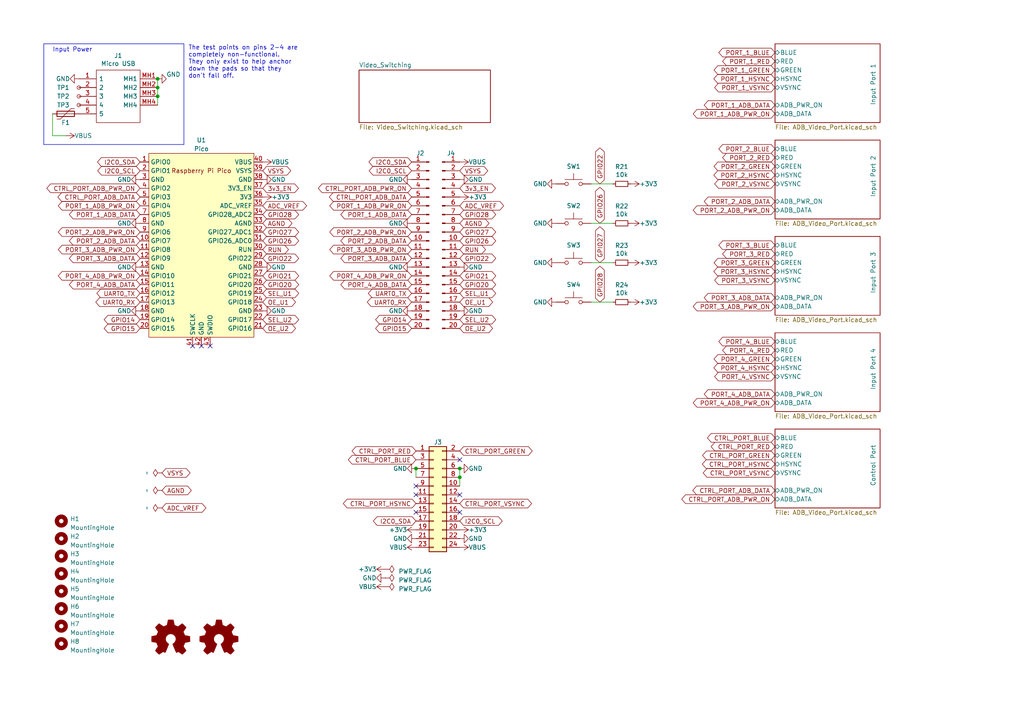
<source format=kicad_sch>
(kicad_sch (version 20230121) (generator eeschema)
  (paper "A4")
  (lib_symbols
    (symbol "Connector:Conn_01x20_Pin" (pin_names (offset 1.016) hide)
      (property "Reference" "J" (at 0 25.4 0))
      (property "Value" "Conn_01x20_Pin" (at 0 -27.94 0))
      (symbol "Conn_01x20_Pin_1_1"
        (pin passive line (at 5.08 22.86 180) (length 3.81) (name "Pin_1") (number "1"))
        (pin passive line (at 5.08 0 180) (length 3.81) (name "Pin_10") (number "10"))
        (pin passive line (at 5.08 -2.54 180) (length 3.81) (name "Pin_11") (number "11"))
        (pin passive line (at 5.08 -5.08 180) (length 3.81) (name "Pin_12") (number "12"))
        (pin passive line (at 5.08 -7.62 180) (length 3.81) (name "Pin_13") (number "13"))
        (pin passive line (at 5.08 -10.16 180) (length 3.81) (name "Pin_14") (number "14"))
        (pin passive line (at 5.08 -12.7 180) (length 3.81) (name "Pin_15") (number "15"))
        (pin passive line (at 5.08 -15.24 180) (length 3.81) (name "Pin_16") (number "16"))
        (pin passive line (at 5.08 -17.78 180) (length 3.81) (name "Pin_17") (number "17"))
        (pin passive line (at 5.08 -20.32 180) (length 3.81) (name "Pin_18") (number "18"))
        (pin passive line (at 5.08 -22.86 180) (length 3.81) (name "Pin_19") (number "19"))
        (pin passive line (at 5.08 20.32 180) (length 3.81) (name "Pin_2") (number "2"))
        (pin passive line (at 5.08 -25.4 180) (length 3.81) (name "Pin_20") (number "20"))
        (pin passive line (at 5.08 17.78 180) (length 3.81) (name "Pin_3") (number "3"))
        (pin passive line (at 5.08 15.24 180) (length 3.81) (name "Pin_4") (number "4"))
        (pin passive line (at 5.08 12.7 180) (length 3.81) (name "Pin_5") (number "5"))
        (pin passive line (at 5.08 10.16 180) (length 3.81) (name "Pin_6") (number "6"))
        (pin passive line (at 5.08 7.62 180) (length 3.81) (name "Pin_7") (number "7"))
        (pin passive line (at 5.08 5.08 180) (length 3.81) (name "Pin_8") (number "8"))
        (pin passive line (at 5.08 2.54 180) (length 3.81) (name "Pin_9") (number "9"))
      )
    )
    (symbol "Connector:TestPoint_Small" (pin_numbers hide) (pin_names (offset 0.762) hide)
      (property "Reference" "TP" (at 0 3.81 0))
      (property "Value" "TestPoint_Small" (at 0 2.032 0))
      (symbol "TestPoint_Small_1_1"
        (pin passive line (at 0 0 90) (length 0) (name "1") (number "1"))
      )
    )
    (symbol "Connector_Generic:Conn_02x12_Odd_Even" (pin_names (offset 1.016) hide)
      (property "Reference" "J" (at 1.27 15.24 0))
      (property "Value" "Conn_02x12_Odd_Even" (at 1.27 -17.78 0))
      (symbol "Conn_02x12_Odd_Even_1_1"
        (pin passive line (at -5.08 12.7 0) (length 3.81) (name "Pin_1") (number "1"))
        (pin passive line (at 7.62 2.54 180) (length 3.81) (name "Pin_10") (number "10"))
        (pin passive line (at -5.08 0 0) (length 3.81) (name "Pin_11") (number "11"))
        (pin passive line (at 7.62 0 180) (length 3.81) (name "Pin_12") (number "12"))
        (pin passive line (at -5.08 -2.54 0) (length 3.81) (name "Pin_13") (number "13"))
        (pin passive line (at 7.62 -2.54 180) (length 3.81) (name "Pin_14") (number "14"))
        (pin passive line (at -5.08 -5.08 0) (length 3.81) (name "Pin_15") (number "15"))
        (pin passive line (at 7.62 -5.08 180) (length 3.81) (name "Pin_16") (number "16"))
        (pin passive line (at -5.08 -7.62 0) (length 3.81) (name "Pin_17") (number "17"))
        (pin passive line (at 7.62 -7.62 180) (length 3.81) (name "Pin_18") (number "18"))
        (pin passive line (at -5.08 -10.16 0) (length 3.81) (name "Pin_19") (number "19"))
        (pin passive line (at 7.62 12.7 180) (length 3.81) (name "Pin_2") (number "2"))
        (pin passive line (at 7.62 -10.16 180) (length 3.81) (name "Pin_20") (number "20"))
        (pin passive line (at -5.08 -12.7 0) (length 3.81) (name "Pin_21") (number "21"))
        (pin passive line (at 7.62 -12.7 180) (length 3.81) (name "Pin_22") (number "22"))
        (pin passive line (at -5.08 -15.24 0) (length 3.81) (name "Pin_23") (number "23"))
        (pin passive line (at 7.62 -15.24 180) (length 3.81) (name "Pin_24") (number "24"))
        (pin passive line (at -5.08 10.16 0) (length 3.81) (name "Pin_3") (number "3"))
        (pin passive line (at 7.62 10.16 180) (length 3.81) (name "Pin_4") (number "4"))
        (pin passive line (at -5.08 7.62 0) (length 3.81) (name "Pin_5") (number "5"))
        (pin passive line (at 7.62 7.62 180) (length 3.81) (name "Pin_6") (number "6"))
        (pin passive line (at -5.08 5.08 0) (length 3.81) (name "Pin_7") (number "7"))
        (pin passive line (at 7.62 5.08 180) (length 3.81) (name "Pin_8") (number "8"))
        (pin passive line (at -5.08 2.54 0) (length 3.81) (name "Pin_9") (number "9"))
      )
    )
    (symbol "Device:Polyfuse" (pin_numbers hide) (pin_names (offset 0))
      (property "Reference" "F" (at -2.54 0 90))
      (property "Value" "Polyfuse" (at 2.54 0 90))
      (symbol "Polyfuse_1_1"
        (pin passive line (at 0 3.81 270) (length 1.27) (name "~") (number "1"))
        (pin passive line (at 0 -3.81 90) (length 1.27) (name "~") (number "2"))
      )
    )
    (symbol "Device:R_Small" (pin_numbers hide) (pin_names (offset 0.254) hide)
      (property "Reference" "R" (at 0.762 0.508 0))
      (property "Value" "R_Small" (at 0.762 -1.016 0))
      (symbol "R_Small_1_1"
        (pin passive line (at 0 2.54 270) (length 0.762) (name "~") (number "1"))
        (pin passive line (at 0 -2.54 90) (length 0.762) (name "~") (number "2"))
      )
    )
    (symbol "Graphic:Logo_Open_Hardware_Small" (in_bom no) (on_board no))
    (symbol "MCU_RaspberryPi_and_Boards:Pico"
      (property "Reference" "U" (at -13.97 27.94 0))
      (property "Value" "Pico" (at 0 19.05 0))
      (symbol "Pico_0_0"
        (text "Raspberry Pi Pico" (at 0 21.59 0) (effects (font (size 1.27 1.27))))
      )
      (symbol "Pico_1_1"
        (pin bidirectional line (at -17.78 24.13 0) (length 2.54) (name "GPIO0") (number "1"))
        (pin bidirectional line (at -17.78 1.27 0) (length 2.54) (name "GPIO7") (number "10"))
        (pin bidirectional line (at -17.78 -1.27 0) (length 2.54) (name "GPIO8") (number "11"))
        (pin bidirectional line (at -17.78 -3.81 0) (length 2.54) (name "GPIO9") (number "12"))
        (pin power_in line (at -17.78 -6.35 0) (length 2.54) (name "GND") (number "13"))
        (pin bidirectional line (at -17.78 -8.89 0) (length 2.54) (name "GPIO10") (number "14"))
        (pin bidirectional line (at -17.78 -11.43 0) (length 2.54) (name "GPIO11") (number "15"))
        (pin bidirectional line (at -17.78 -13.97 0) (length 2.54) (name "GPIO12") (number "16"))
        (pin bidirectional line (at -17.78 -16.51 0) (length 2.54) (name "GPIO13") (number "17"))
        (pin power_in line (at -17.78 -19.05 0) (length 2.54) (name "GND") (number "18"))
        (pin bidirectional line (at -17.78 -21.59 0) (length 2.54) (name "GPIO14") (number "19"))
        (pin bidirectional line (at -17.78 21.59 0) (length 2.54) (name "GPIO1") (number "2"))
        (pin bidirectional line (at -17.78 -24.13 0) (length 2.54) (name "GPIO15") (number "20"))
        (pin bidirectional line (at 17.78 -24.13 180) (length 2.54) (name "GPIO16") (number "21"))
        (pin bidirectional line (at 17.78 -21.59 180) (length 2.54) (name "GPIO17") (number "22"))
        (pin power_in line (at 17.78 -19.05 180) (length 2.54) (name "GND") (number "23"))
        (pin bidirectional line (at 17.78 -16.51 180) (length 2.54) (name "GPIO18") (number "24"))
        (pin bidirectional line (at 17.78 -13.97 180) (length 2.54) (name "GPIO19") (number "25"))
        (pin bidirectional line (at 17.78 -11.43 180) (length 2.54) (name "GPIO20") (number "26"))
        (pin bidirectional line (at 17.78 -8.89 180) (length 2.54) (name "GPIO21") (number "27"))
        (pin power_in line (at 17.78 -6.35 180) (length 2.54) (name "GND") (number "28"))
        (pin bidirectional line (at 17.78 -3.81 180) (length 2.54) (name "GPIO22") (number "29"))
        (pin power_in line (at -17.78 19.05 0) (length 2.54) (name "GND") (number "3"))
        (pin input line (at 17.78 -1.27 180) (length 2.54) (name "RUN") (number "30"))
        (pin bidirectional line (at 17.78 1.27 180) (length 2.54) (name "GPIO26_ADC0") (number "31"))
        (pin bidirectional line (at 17.78 3.81 180) (length 2.54) (name "GPIO27_ADC1") (number "32"))
        (pin power_in line (at 17.78 6.35 180) (length 2.54) (name "AGND") (number "33"))
        (pin bidirectional line (at 17.78 8.89 180) (length 2.54) (name "GPIO28_ADC2") (number "34"))
        (pin power_in line (at 17.78 11.43 180) (length 2.54) (name "ADC_VREF") (number "35"))
        (pin power_in line (at 17.78 13.97 180) (length 2.54) (name "3V3") (number "36"))
        (pin input line (at 17.78 16.51 180) (length 2.54) (name "3V3_EN") (number "37"))
        (pin bidirectional line (at 17.78 19.05 180) (length 2.54) (name "GND") (number "38"))
        (pin power_in line (at 17.78 21.59 180) (length 2.54) (name "VSYS") (number "39"))
        (pin bidirectional line (at -17.78 16.51 0) (length 2.54) (name "GPIO2") (number "4"))
        (pin power_in line (at 17.78 24.13 180) (length 2.54) (name "VBUS") (number "40"))
        (pin input line (at -2.54 -29.21 90) (length 2.54) (name "SWCLK") (number "41"))
        (pin power_in line (at 0 -29.21 90) (length 2.54) (name "GND") (number "42"))
        (pin bidirectional line (at 2.54 -29.21 90) (length 2.54) (name "SWDIO") (number "43"))
        (pin bidirectional line (at -17.78 13.97 0) (length 2.54) (name "GPIO3") (number "5"))
        (pin bidirectional line (at -17.78 11.43 0) (length 2.54) (name "GPIO4") (number "6"))
        (pin bidirectional line (at -17.78 8.89 0) (length 2.54) (name "GPIO5") (number "7"))
        (pin power_in line (at -17.78 6.35 0) (length 2.54) (name "GND") (number "8"))
        (pin bidirectional line (at -17.78 3.81 0) (length 2.54) (name "GPIO6") (number "9"))
      )
    )
    (symbol "Mechanical:MountingHole" (pin_names (offset 1.016))
      (property "Reference" "H" (at 0 5.08 0))
      (property "Value" "MountingHole" (at 0 3.175 0))
    )
    (symbol "SamacSys_Parts:U254-051N-4BH806" (pin_names (offset 0.762))
      (property "Reference" "J" (at 19.05 7.62 0))
      (property "Value" "U254-051N-4BH806" (at 19.05 5.08 0))
      (symbol "U254-051N-4BH806_0_0"
        (pin passive line (at 0 0 0) (length 5.08) (name "1") (number "1"))
        (pin passive line (at 0 -2.54 0) (length 5.08) (name "2") (number "2"))
        (pin passive line (at 0 -5.08 0) (length 5.08) (name "3") (number "3"))
        (pin passive line (at 0 -7.62 0) (length 5.08) (name "4") (number "4"))
        (pin passive line (at 0 -10.16 0) (length 5.08) (name "5") (number "5"))
        (pin passive line (at 22.86 0 180) (length 5.08) (name "MH1") (number "MH1"))
        (pin passive line (at 22.86 -2.54 180) (length 5.08) (name "MH2") (number "MH2"))
        (pin passive line (at 22.86 -5.08 180) (length 5.08) (name "MH3") (number "MH3"))
        (pin passive line (at 22.86 -7.62 180) (length 5.08) (name "MH4") (number "MH4"))
      )
    )
    (symbol "Switch:SW_Push" (pin_numbers hide) (pin_names (offset 1.016) hide)
      (property "Reference" "SW" (at 1.27 2.54 0))
      (property "Value" "SW_Push" (at 0 -1.524 0))
      (symbol "SW_Push_0_1"
        (pin passive line (at -5.08 0 0) (length 2.54) (name "1") (number "1"))
        (pin passive line (at 5.08 0 180) (length 2.54) (name "2") (number "2"))
      )
    )
    (symbol "power:+3V3" (power) (pin_names (offset 0))
      (property "Value" "+3V3" (at 0 3.556 0))
      (symbol "+3V3_1_1"
        (pin power_in line (at 0 0 90) (length 0) hide (name "+3V3") (number "1"))
      )
    )
    (symbol "power:GND" (power) (pin_names (offset 0))
      (property "Value" "GND" (at 0 -3.81 0))
      (symbol "GND_1_1"
        (pin power_in line (at 0 0 270) (length 0) hide (name "GND") (number "1"))
      )
    )
    (symbol "power:PWR_FLAG" (power) (pin_numbers hide) (pin_names (offset 0) hide)
      (property "Value" "PWR_FLAG" (at 0 3.81 0))
      (symbol "PWR_FLAG_0_0"
        (pin power_out line (at 0 0 90) (length 0) (name "pwr") (number "1"))
      )
    )
    (symbol "power:VBUS" (power) (pin_names (offset 0))
      (property "Value" "VBUS" (at 0 3.81 0))
      (symbol "VBUS_1_1"
        (pin power_in line (at 0 0 90) (length 0) hide (name "VBUS") (number "1"))
      )
    )
  )
  (junction (at 133.35 138.43))
  (junction (at 45.72 25.4))
  (junction (at 45.72 27.94))
  (junction (at 45.72 22.86))
  (junction (at 133.35 135.89))
  (junction (at 120.65 135.89))
  (no_connect (at 55.88 100.33))
  (no_connect (at 120.65 143.51))
  (no_connect (at 120.65 140.97))
  (no_connect (at 133.35 148.59))
  (no_connect (at 133.35 133.35))
  (no_connect (at 58.42 100.33))
  (no_connect (at 60.96 100.33))
  (no_connect (at 133.35 143.51))
  (no_connect (at 120.65 148.59))
  (wire (pts (xy 133.35 135.89) (xy 133.35 138.43)))
  (wire (pts (xy 15.24 33.02) (xy 15.24 39.37)))
  (wire (pts (xy 45.72 25.4) (xy 45.72 22.86)))
  (wire (pts (xy 120.65 135.89) (xy 120.65 138.43)))
  (wire (pts (xy 45.72 27.94) (xy 45.72 25.4)))
  (polyline (pts (xy 53.34 12.7) (xy 53.34 41.91)))
  (wire (pts (xy 15.24 39.37) (xy 19.05 39.37)))
  (wire (pts (xy 171.45 53.34) (xy 177.8 53.34)))
  (wire (pts (xy 171.45 76.2) (xy 177.8 76.2)))
  (wire (pts (xy 45.72 30.48) (xy 45.72 27.94)))
  (polyline (pts (xy 12.7 41.91) (xy 12.7 12.7)))
  (wire (pts (xy 171.45 64.77) (xy 177.8 64.77)))
  (polyline (pts (xy 53.34 41.91) (xy 12.7 41.91)))
  (wire (pts (xy 171.45 87.63) (xy 177.8 87.63)))
  (wire (pts (xy 133.35 138.43) (xy 133.35 140.97)))
  (polyline (pts (xy 12.7 12.7) (xy 53.34 12.7)))
  (text "The test points on pins 2-4 are \ncompletely non-functional. \nThey only exist to help anchor \ndown the pads so that they\ndon't fall off." (at 54.61 22.86 0) (effects (font (size 1.27 1.27)) (justify left bottom)))
  (text "Input Power" (at 15.24 15.24 0) (effects (font (size 1.27 1.27)) (justify left bottom)))
  (global_label "PORT_1_ADB_DATA" (shape bidirectional) (at 224.79 30.48 180) (property "Intersheetrefs" "${INTERSHEET_REFS}" (effects hide)))
  (global_label "CTRL_PORT_ADB_DATA" (shape bidirectional) (at 119.38 57.15 180) (property "Intersheetrefs" "${INTERSHEET_REFS}" (effects hide)))
  (global_label "PORT_2_ADB_PWR_ON" (shape bidirectional) (at 40.64 67.31 180) (property "Intersheetrefs" "${INTERSHEET_REFS}" (effects hide)))
  (global_label "CTRL_PORT_RED" (shape bidirectional) (at 224.79 129.54 180) (property "Intersheetrefs" "${INTERSHEET_REFS}" (effects hide)))
  (global_label "AGND" (shape bidirectional) (at 46.99 142.24 0) (property "Intersheetrefs" "${INTERSHEET_REFS}" (effects hide)))
  (global_label "UART0_RX" (shape bidirectional) (at 40.64 87.63 180) (property "Intersheetrefs" "${INTERSHEET_REFS}" (effects hide)))
  (global_label "PORT_2_VSYNC" (shape bidirectional) (at 224.79 53.34 180) (property "Intersheetrefs" "${INTERSHEET_REFS}" (effects hide)))
  (global_label "PORT_2_ADB_PWR_ON" (shape bidirectional) (at 224.79 60.96 180) (property "Intersheetrefs" "${INTERSHEET_REFS}" (effects hide)))
  (global_label "PORT_2_ADB_DATA" (shape bidirectional) (at 224.79 58.42 180) (property "Intersheetrefs" "${INTERSHEET_REFS}" (effects hide)))
  (global_label "PORT_3_GREEN" (shape bidirectional) (at 224.79 76.2 180) (property "Intersheetrefs" "${INTERSHEET_REFS}" (effects hide)))
  (global_label "I2C0_SCL" (shape bidirectional) (at 133.35 151.13 0) (property "Intersheetrefs" "${INTERSHEET_REFS}" (effects hide)))
  (global_label "PORT_3_ADB_DATA" (shape bidirectional) (at 224.79 86.36 180) (property "Intersheetrefs" "${INTERSHEET_REFS}" (effects hide)))
  (global_label "PORT_4_HSYNC" (shape bidirectional) (at 224.79 106.68 180) (property "Intersheetrefs" "${INTERSHEET_REFS}" (effects hide)))
  (global_label "SEL_U2" (shape bidirectional) (at 76.2 92.71 0) (property "Intersheetrefs" "${INTERSHEET_REFS}" (effects hide)))
  (global_label "PORT_3_BLUE" (shape bidirectional) (at 224.79 71.12 180) (property "Intersheetrefs" "${INTERSHEET_REFS}" (effects hide)))
  (global_label "GPIO20" (shape bidirectional) (at 133.35 82.55 0) (property "Intersheetrefs" "${INTERSHEET_REFS}" (effects hide)))
  (global_label "GPIO28" (shape bidirectional) (at 76.2 62.23 0) (property "Intersheetrefs" "${INTERSHEET_REFS}" (effects hide)))
  (global_label "PORT_1_VSYNC" (shape bidirectional) (at 224.79 25.4 180) (property "Intersheetrefs" "${INTERSHEET_REFS}" (effects hide)))
  (global_label "PORT_3_ADB_PWR_ON" (shape bidirectional) (at 224.79 88.9 180) (property "Intersheetrefs" "${INTERSHEET_REFS}" (effects hide)))
  (global_label "ADC_VREF" (shape bidirectional) (at 76.2 59.69 0) (property "Intersheetrefs" "${INTERSHEET_REFS}" (effects hide)))
  (global_label "CTRL_PORT_ADB_DATA" (shape bidirectional) (at 40.64 57.15 180) (property "Intersheetrefs" "${INTERSHEET_REFS}" (effects hide)))
  (global_label "ADC_VREF" (shape bidirectional) (at 133.35 59.69 0) (property "Intersheetrefs" "${INTERSHEET_REFS}" (effects hide)))
  (global_label "PORT_2_ADB_DATA" (shape bidirectional) (at 40.64 69.85 180) (property "Intersheetrefs" "${INTERSHEET_REFS}" (effects hide)))
  (global_label "PORT_2_BLUE" (shape bidirectional) (at 224.79 43.18 180) (property "Intersheetrefs" "${INTERSHEET_REFS}" (effects hide)))
  (global_label "GPIO26" (shape bidirectional) (at 173.99 64.77 90) (property "Intersheetrefs" "${INTERSHEET_REFS}" (effects hide)))
  (global_label "GPIO27" (shape bidirectional) (at 76.2 67.31 0) (property "Intersheetrefs" "${INTERSHEET_REFS}" (effects hide)))
  (global_label "PORT_2_GREEN" (shape bidirectional) (at 224.79 48.26 180) (property "Intersheetrefs" "${INTERSHEET_REFS}" (effects hide)))
  (global_label "GPIO21" (shape bidirectional) (at 133.35 80.01 0) (property "Intersheetrefs" "${INTERSHEET_REFS}" (effects hide)))
  (global_label "PORT_3_RED" (shape bidirectional) (at 224.79 73.66 180) (property "Intersheetrefs" "${INTERSHEET_REFS}" (effects hide)))
  (global_label "PORT_1_BLUE" (shape bidirectional) (at 224.79 15.24 180) (property "Intersheetrefs" "${INTERSHEET_REFS}" (effects hide)))
  (global_label "GPIO15" (shape bidirectional) (at 119.38 95.25 180) (property "Intersheetrefs" "${INTERSHEET_REFS}" (effects hide)))
  (global_label "CTRL_PORT_BLUE" (shape bidirectional) (at 120.65 133.35 180) (property "Intersheetrefs" "${INTERSHEET_REFS}" (effects hide)))
  (global_label "PORT_4_BLUE" (shape bidirectional) (at 224.79 99.06 180) (property "Intersheetrefs" "${INTERSHEET_REFS}" (effects hide)))
  (global_label "UART0_TX" (shape bidirectional) (at 119.38 85.09 180) (property "Intersheetrefs" "${INTERSHEET_REFS}" (effects hide)))
  (global_label "I2C0_SDA" (shape bidirectional) (at 120.65 151.13 180) (property "Intersheetrefs" "${INTERSHEET_REFS}" (effects hide)))
  (global_label "GPIO15" (shape bidirectional) (at 40.64 95.25 180) (property "Intersheetrefs" "${INTERSHEET_REFS}" (effects hide)))
  (global_label "GPIO27" (shape bidirectional) (at 173.99 76.2 90) (property "Intersheetrefs" "${INTERSHEET_REFS}" (effects hide)))
  (global_label "GPIO28" (shape bidirectional) (at 173.99 87.63 90) (property "Intersheetrefs" "${INTERSHEET_REFS}" (effects hide)))
  (global_label "I2C0_SDA" (shape bidirectional) (at 40.64 46.99 180) (property "Intersheetrefs" "${INTERSHEET_REFS}" (effects hide)))
  (global_label "PORT_4_ADB_PWR_ON" (shape bidirectional) (at 224.79 116.84 180) (property "Intersheetrefs" "${INTERSHEET_REFS}" (effects hide)))
  (global_label "ADC_VREF" (shape bidirectional) (at 46.99 147.32 0) (property "Intersheetrefs" "${INTERSHEET_REFS}" (effects hide)))
  (global_label "SEL_U1" (shape bidirectional) (at 133.35 85.09 0) (property "Intersheetrefs" "${INTERSHEET_REFS}" (effects hide)))
  (global_label "PORT_1_ADB_DATA" (shape bidirectional) (at 40.64 62.23 180) (property "Intersheetrefs" "${INTERSHEET_REFS}" (effects hide)))
  (global_label "VSYS" (shape bidirectional) (at 76.2 49.53 0) (property "Intersheetrefs" "${INTERSHEET_REFS}" (effects hide)))
  (global_label "GPIO21" (shape bidirectional) (at 76.2 80.01 0) (property "Intersheetrefs" "${INTERSHEET_REFS}" (effects hide)))
  (global_label "OE_U1" (shape bidirectional) (at 133.35 87.63 0) (property "Intersheetrefs" "${INTERSHEET_REFS}" (effects hide)))
  (global_label "AGND" (shape bidirectional) (at 76.2 64.77 0) (property "Intersheetrefs" "${INTERSHEET_REFS}" (effects hide)))
  (global_label "UART0_RX" (shape bidirectional) (at 119.38 87.63 180) (property "Intersheetrefs" "${INTERSHEET_REFS}" (effects hide)))
  (global_label "GPIO22" (shape bidirectional) (at 173.99 53.34 90) (property "Intersheetrefs" "${INTERSHEET_REFS}" (effects hide)))
  (global_label "PORT_2_RED" (shape bidirectional) (at 224.79 45.72 180) (property "Intersheetrefs" "${INTERSHEET_REFS}" (effects hide)))
  (global_label "CTRL_PORT_BLUE" (shape bidirectional) (at 224.79 127 180) (property "Intersheetrefs" "${INTERSHEET_REFS}" (effects hide)))
  (global_label "OE_U2" (shape bidirectional) (at 133.35 95.25 0) (property "Intersheetrefs" "${INTERSHEET_REFS}" (effects hide)))
  (global_label "PORT_2_ADB_DATA" (shape bidirectional) (at 119.38 69.85 180) (property "Intersheetrefs" "${INTERSHEET_REFS}" (effects hide)))
  (global_label "PORT_3_ADB_PWR_ON" (shape bidirectional) (at 40.64 72.39 180) (property "Intersheetrefs" "${INTERSHEET_REFS}" (effects hide)))
  (global_label "PORT_4_ADB_PWR_ON" (shape bidirectional) (at 40.64 80.01 180) (property "Intersheetrefs" "${INTERSHEET_REFS}" (effects hide)))
  (global_label "PORT_1_ADB_PWR_ON" (shape bidirectional) (at 224.79 33.02 180) (property "Intersheetrefs" "${INTERSHEET_REFS}" (effects hide)))
  (global_label "I2C0_SCL" (shape bidirectional) (at 119.38 49.53 180) (property "Intersheetrefs" "${INTERSHEET_REFS}" (effects hide)))
  (global_label "PORT_3_VSYNC" (shape bidirectional) (at 224.79 81.28 180) (property "Intersheetrefs" "${INTERSHEET_REFS}" (effects hide)))
  (global_label "PORT_3_ADB_DATA" (shape bidirectional) (at 119.38 74.93 180) (property "Intersheetrefs" "${INTERSHEET_REFS}" (effects hide)))
  (global_label "OE_U1" (shape bidirectional) (at 76.2 87.63 0) (property "Intersheetrefs" "${INTERSHEET_REFS}" (effects hide)))
  (global_label "UART0_TX" (shape bidirectional) (at 40.64 85.09 180) (property "Intersheetrefs" "${INTERSHEET_REFS}" (effects hide)))
  (global_label "VSYS" (shape bidirectional) (at 133.35 49.53 0) (property "Intersheetrefs" "${INTERSHEET_REFS}" (effects hide)))
  (global_label "GPIO14" (shape bidirectional) (at 40.64 92.71 180) (property "Intersheetrefs" "${INTERSHEET_REFS}" (effects hide)))
  (global_label "I2C0_SDA" (shape bidirectional) (at 119.38 46.99 180) (property "Intersheetrefs" "${INTERSHEET_REFS}" (effects hide)))
  (global_label "GPIO22" (shape bidirectional) (at 76.2 74.93 0) (property "Intersheetrefs" "${INTERSHEET_REFS}" (effects hide)))
  (global_label "CTRL_PORT_VSYNC" (shape bidirectional) (at 133.35 146.05 0) (property "Intersheetrefs" "${INTERSHEET_REFS}" (effects hide)))
  (global_label "PORT_2_ADB_PWR_ON" (shape bidirectional) (at 119.38 67.31 180) (property "Intersheetrefs" "${INTERSHEET_REFS}" (effects hide)))
  (global_label "CTRL_PORT_VSYNC" (shape bidirectional) (at 224.79 137.16 180) (property "Intersheetrefs" "${INTERSHEET_REFS}" (effects hide)))
  (global_label "GPIO22" (shape bidirectional) (at 133.35 74.93 0) (property "Intersheetrefs" "${INTERSHEET_REFS}" (effects hide)))
  (global_label "PORT_4_RED" (shape bidirectional) (at 224.79 101.6 180) (property "Intersheetrefs" "${INTERSHEET_REFS}" (effects hide)))
  (global_label "3v3_EN" (shape bidirectional) (at 133.35 54.61 0) (property "Intersheetrefs" "${INTERSHEET_REFS}" (effects hide)))
  (global_label "CTRL_PORT_ADB_PWR_ON" (shape bidirectional) (at 40.64 54.61 180) (property "Intersheetrefs" "${INTERSHEET_REFS}" (effects hide)))
  (global_label "PORT_1_ADB_DATA" (shape bidirectional) (at 119.38 62.23 180) (property "Intersheetrefs" "${INTERSHEET_REFS}" (effects hide)))
  (global_label "CTRL_PORT_ADB_PWR_ON" (shape bidirectional) (at 224.79 144.78 180) (property "Intersheetrefs" "${INTERSHEET_REFS}" (effects hide)))
  (global_label "I2C0_SCL" (shape bidirectional) (at 40.64 49.53 180) (property "Intersheetrefs" "${INTERSHEET_REFS}" (effects hide)))
  (global_label "PORT_4_VSYNC" (shape bidirectional) (at 224.79 109.22 180) (property "Intersheetrefs" "${INTERSHEET_REFS}" (effects hide)))
  (global_label "GPIO27" (shape bidirectional) (at 133.35 67.31 0) (property "Intersheetrefs" "${INTERSHEET_REFS}" (effects hide)))
  (global_label "PORT_1_HSYNC" (shape bidirectional) (at 224.79 22.86 180) (property "Intersheetrefs" "${INTERSHEET_REFS}" (effects hide)))
  (global_label "PORT_1_ADB_PWR_ON" (shape bidirectional) (at 119.38 59.69 180) (property "Intersheetrefs" "${INTERSHEET_REFS}" (effects hide)))
  (global_label "PORT_4_ADB_DATA" (shape bidirectional) (at 119.38 82.55 180) (property "Intersheetrefs" "${INTERSHEET_REFS}" (effects hide)))
  (global_label "PORT_1_RED" (shape bidirectional) (at 224.79 17.78 180) (property "Intersheetrefs" "${INTERSHEET_REFS}" (effects hide)))
  (global_label "CTRL_PORT_HSYNC" (shape bidirectional) (at 120.65 146.05 180) (property "Intersheetrefs" "${INTERSHEET_REFS}" (effects hide)))
  (global_label "PORT_4_ADB_DATA" (shape bidirectional) (at 224.79 114.3 180) (property "Intersheetrefs" "${INTERSHEET_REFS}" (effects hide)))
  (global_label "PORT_1_GREEN" (shape bidirectional) (at 224.79 20.32 180) (property "Intersheetrefs" "${INTERSHEET_REFS}" (effects hide)))
  (global_label "SEL_U1" (shape bidirectional) (at 76.2 85.09 0) (property "Intersheetrefs" "${INTERSHEET_REFS}" (effects hide)))
  (global_label "CTRL_PORT_GREEN" (shape bidirectional) (at 224.79 132.08 180) (property "Intersheetrefs" "${INTERSHEET_REFS}" (effects hide)))
  (global_label "PORT_3_ADB_PWR_ON" (shape bidirectional) (at 119.38 72.39 180) (property "Intersheetrefs" "${INTERSHEET_REFS}" (effects hide)))
  (global_label "PORT_4_ADB_PWR_ON" (shape bidirectional) (at 119.38 80.01 180) (property "Intersheetrefs" "${INTERSHEET_REFS}" (effects hide)))
  (global_label "GPIO20" (shape bidirectional) (at 76.2 82.55 0) (property "Intersheetrefs" "${INTERSHEET_REFS}" (effects hide)))
  (global_label "PORT_1_ADB_PWR_ON" (shape bidirectional) (at 40.64 59.69 180) (property "Intersheetrefs" "${INTERSHEET_REFS}" (effects hide)))
  (global_label "GPIO28" (shape bidirectional) (at 133.35 62.23 0) (property "Intersheetrefs" "${INTERSHEET_REFS}" (effects hide)))
  (global_label "CTRL_PORT_GREEN" (shape bidirectional) (at 133.35 130.81 0) (property "Intersheetrefs" "${INTERSHEET_REFS}" (effects hide)))
  (global_label "GPIO26" (shape bidirectional) (at 76.2 69.85 0) (property "Intersheetrefs" "${INTERSHEET_REFS}" (effects hide)))
  (global_label "SEL_U2" (shape bidirectional) (at 133.35 92.71 0) (property "Intersheetrefs" "${INTERSHEET_REFS}" (effects hide)))
  (global_label "CTRL_PORT_ADB_PWR_ON" (shape bidirectional) (at 119.38 54.61 180) (property "Intersheetrefs" "${INTERSHEET_REFS}" (effects hide)))
  (global_label "CTRL_PORT_HSYNC" (shape bidirectional) (at 224.79 134.62 180) (property "Intersheetrefs" "${INTERSHEET_REFS}" (effects hide)))
  (global_label "PORT_4_GREEN" (shape bidirectional) (at 224.79 104.14 180) (property "Intersheetrefs" "${INTERSHEET_REFS}" (effects hide)))
  (global_label "AGND" (shape bidirectional) (at 133.35 64.77 0) (property "Intersheetrefs" "${INTERSHEET_REFS}" (effects hide)))
  (global_label "CTRL_PORT_RED" (shape bidirectional) (at 120.65 130.81 180) (property "Intersheetrefs" "${INTERSHEET_REFS}" (effects hide)))
  (global_label "OE_U2" (shape bidirectional) (at 76.2 95.25 0) (property "Intersheetrefs" "${INTERSHEET_REFS}" (effects hide)))
  (global_label "CTRL_PORT_ADB_DATA" (shape bidirectional) (at 224.79 142.24 180) (property "Intersheetrefs" "${INTERSHEET_REFS}" (effects hide)))
  (global_label "PORT_3_HSYNC" (shape bidirectional) (at 224.79 78.74 180) (property "Intersheetrefs" "${INTERSHEET_REFS}" (effects hide)))
  (global_label "GPIO14" (shape bidirectional) (at 119.38 92.71 180) (property "Intersheetrefs" "${INTERSHEET_REFS}" (effects hide)))
  (global_label "PORT_2_HSYNC" (shape bidirectional) (at 224.79 50.8 180) (property "Intersheetrefs" "${INTERSHEET_REFS}" (effects hide)))
  (global_label "PORT_4_ADB_DATA" (shape bidirectional) (at 40.64 82.55 180) (property "Intersheetrefs" "${INTERSHEET_REFS}" (effects hide)))
  (global_label "RUN" (shape bidirectional) (at 76.2 72.39 0) (property "Intersheetrefs" "${INTERSHEET_REFS}" (effects hide)))
  (global_label "RUN" (shape bidirectional) (at 133.35 72.39 0) (property "Intersheetrefs" "${INTERSHEET_REFS}" (effects hide)))
  (global_label "PORT_3_ADB_DATA" (shape bidirectional) (at 40.64 74.93 180) (property "Intersheetrefs" "${INTERSHEET_REFS}" (effects hide)))
  (global_label "GPIO26" (shape bidirectional) (at 133.35 69.85 0) (property "Intersheetrefs" "${INTERSHEET_REFS}" (effects hide)))
  (global_label "VSYS" (shape bidirectional) (at 46.99 137.16 0) (property "Intersheetrefs" "${INTERSHEET_REFS}" (effects hide)))
  (global_label "3v3_EN" (shape bidirectional) (at 76.2 54.61 0) (property "Intersheetrefs" "${INTERSHEET_REFS}" (effects hide)))
  (symbol (lib_id "power:PWR_FLAG") (at 111.76 167.64 270) (unit 1)
    (property "Reference" "#FLG05" (effects hide))
    (property "Value" "PWR_FLAG" (at 115.57 168.275 90) (effects (justify left)))
  )
  (symbol (lib_id "Device:R_Small") (at 180.34 76.2 270) (unit 1)
    (property "Reference" "R23" (at 180.34 71.2216 90))
    (property "Value" "10k" (at 180.34 73.533 90))
    (property "Footprint" "Resistor_SMD:R_0402_1005Metric" (effects hide))
    (property "LCSC" "C25744" (effects hide))
  )
  (symbol (lib_id "power:VBUS") (at 19.05 39.37 270) (unit 1)
    (property "Reference" "#PWR01" (effects hide))
    (property "Value" "VBUS" (at 21.59 39.37 90) (effects (justify left)))
  )
  (symbol (lib_id "Mechanical:MountingHole") (at 17.78 181.61 0) (unit 1)
    (property "Reference" "H7" (at 20.32 180.975 0) (effects (justify left)))
    (property "Value" "MountingHole" (at 20.32 183.515 0) (effects (justify left)))
    (property "Footprint" "MountingHole:MountingHole_2.7mm_M2.5" (effects hide))
  )
  (symbol (lib_id "power:GND") (at 119.38 64.77 270) (unit 1)
    (property "Reference" "#PWR017" (effects hide))
    (property "Value" "GND" (at 116.84 64.77 90) (effects (justify right)))
  )
  (symbol (lib_id "Mechanical:MountingHole") (at 17.78 186.69 0) (unit 1)
    (property "Reference" "H8" (at 20.32 186.055 0) (effects (justify left)))
    (property "Value" "MountingHole" (at 20.32 188.595 0) (effects (justify left)))
    (property "Footprint" "MountingHole:MountingHole_2.7mm_M2.5" (effects hide))
  )
  (symbol (lib_id "power:PWR_FLAG") (at 111.76 170.18 270) (unit 1)
    (property "Reference" "#FLG06" (effects hide))
    (property "Value" "PWR_FLAG" (at 115.57 170.815 90) (effects (justify left)))
  )
  (symbol (lib_id "power:VBUS") (at 76.2 46.99 270) (unit 1)
    (property "Reference" "#PWR08" (effects hide))
    (property "Value" "VBUS" (at 78.74 46.99 90) (effects (justify left)))
  )
  (symbol (lib_id "Switch:SW_Push") (at 166.37 53.34 0) (unit 1)
    (property "Reference" "SW1" (at 166.37 48.26 0))
    (property "Value" "SW_Push" (effects hide))
    (property "Footprint" "Button_Switch_THT:SW_PUSH_6mm" (effects hide))
  )
  (symbol (lib_id "power:GND") (at 40.64 90.17 270) (unit 1)
    (property "Reference" "#PWR06" (effects hide))
    (property "Value" "GND" (at 38.1 90.17 90) (effects (justify right)))
  )
  (symbol (lib_id "Connector:Conn_01x20_Pin") (at 128.27 69.85 0) (unit 1)
    (property "Reference" "J4" (at 130.81 44.45 0))
    (property "Value" "Conn_01x20_Pin" (effects hide))
    (property "Footprint" "Connector_PinHeader_2.54mm:PinHeader_1x20_P2.54mm_Vertical" (effects hide))
  )
  (symbol (lib_id "power:GND") (at 133.35 90.17 90) (unit 1)
    (property "Reference" "#PWR028" (effects hide))
    (property "Value" "GND" (at 135.89 90.17 90) (effects (justify right)))
  )
  (symbol (lib_id "Device:R_Small") (at 180.34 87.63 270) (unit 1)
    (property "Reference" "R24" (at 180.34 82.6516 90))
    (property "Value" "10k" (at 180.34 84.963 90))
    (property "Footprint" "Resistor_SMD:R_0402_1005Metric" (effects hide))
    (property "LCSC" "C25744" (effects hide))
  )
  (symbol (lib_id "Switch:SW_Push") (at 166.37 87.63 0) (unit 1)
    (property "Reference" "SW4" (at 166.37 82.55 0))
    (property "Value" "SW_Push" (effects hide))
    (property "Footprint" "Button_Switch_THT:SW_PUSH_6mm" (effects hide))
  )
  (symbol (lib_id "Mechanical:MountingHole") (at 17.78 151.13 0) (unit 1)
    (property "Reference" "H1" (at 20.32 150.495 0) (effects (justify left)))
    (property "Value" "MountingHole" (at 20.32 153.035 0) (effects (justify left)))
    (property "Footprint" "MountingHole:MountingHole_2.7mm_M2.5" (effects hide))
  )
  (symbol (lib_id "power:GND") (at 119.38 77.47 270) (unit 1)
    (property "Reference" "#PWR018" (effects hide))
    (property "Value" "GND" (at 116.84 77.47 90) (effects (justify right)))
  )
  (symbol (lib_id "power:+3V3") (at 111.76 165.1 90) (mirror x) (unit 1)
    (property "Reference" "#PWR013" (effects hide))
    (property "Value" "+3V3" (at 109.22 165.1 90) (effects (justify left)))
  )
  (symbol (lib_id "Mechanical:MountingHole") (at 17.78 156.21 0) (unit 1)
    (property "Reference" "H2" (at 20.32 155.575 0) (effects (justify left)))
    (property "Value" "MountingHole" (at 20.32 158.115 0) (effects (justify left)))
    (property "Footprint" "MountingHole:MountingHole_2.7mm_M2.5" (effects hide))
  )
  (symbol (lib_id "power:GND") (at 133.35 77.47 90) (unit 1)
    (property "Reference" "#PWR027" (effects hide))
    (property "Value" "GND" (at 135.89 77.47 90) (effects (justify right)))
  )
  (symbol (lib_id "power:+3V3") (at 120.65 153.67 90) (mirror x) (unit 1)
    (property "Reference" "#PWR021" (effects hide))
    (property "Value" "+3V3" (at 118.11 153.67 90) (effects (justify left)))
  )
  (symbol (lib_id "Connector_Generic:Conn_02x12_Odd_Even") (at 125.73 143.51 0) (unit 1)
    (property "Reference" "J3" (at 127 128.27 0))
    (property "Value" "Conn_02x10_Odd_Even" (effects hide))
    (property "Footprint" "Connector_PinHeader_2.54mm:PinHeader_2x12_P2.54mm_Vertical" (effects hide))
  )
  (symbol (lib_id "power:+3V3") (at 133.35 57.15 270) (unit 1)
    (property "Reference" "#PWR026" (effects hide))
    (property "Value" "+3V3" (at 135.89 57.15 90) (effects (justify left)))
  )
  (symbol (lib_id "power:GND") (at 119.38 52.07 270) (unit 1)
    (property "Reference" "#PWR016" (effects hide))
    (property "Value" "GND" (at 116.84 52.07 90) (effects (justify right)))
  )
  (symbol (lib_id "power:+3V3") (at 76.2 57.15 270) (unit 1)
    (property "Reference" "#PWR010" (effects hide))
    (property "Value" "+3V3" (at 78.74 57.15 90) (effects (justify left)))
  )
  (symbol (lib_id "power:GND") (at 40.64 77.47 270) (unit 1)
    (property "Reference" "#PWR05" (effects hide))
    (property "Value" "GND" (at 38.1 77.47 90) (effects (justify right)))
  )
  (symbol (lib_id "power:+3V3") (at 182.88 87.63 270) (unit 1)
    (property "Reference" "#PWR098" (effects hide))
    (property "Value" "+3V3" (at 185.42 87.63 90) (effects (justify left)))
  )
  (symbol (lib_id "power:GND") (at 120.65 156.21 270) (mirror x) (unit 1)
    (property "Reference" "#PWR022" (effects hide))
    (property "Value" "GND" (at 118.11 156.21 90) (effects (justify right)))
  )
  (symbol (lib_id "power:GND") (at 161.29 64.77 270) (unit 1)
    (property "Reference" "#PWR092" (effects hide))
    (property "Value" "GND" (at 158.75 64.77 90) (effects (justify right)))
  )
  (symbol (lib_id "power:VBUS") (at 133.35 158.75 270) (unit 1)
    (property "Reference" "#PWR032" (effects hide))
    (property "Value" "VBUS" (at 135.89 158.75 90) (effects (justify left)))
  )
  (symbol (lib_id "Switch:SW_Push") (at 166.37 64.77 0) (unit 1)
    (property "Reference" "SW2" (at 166.37 59.69 0))
    (property "Value" "SW_Push" (effects hide))
    (property "Footprint" "Button_Switch_THT:SW_PUSH_6mm" (effects hide))
  )
  (symbol (lib_id "power:GND") (at 76.2 90.17 90) (unit 1)
    (property "Reference" "#PWR012" (effects hide))
    (property "Value" "GND" (at 78.74 90.17 90) (effects (justify right)))
  )
  (symbol (lib_id "power:GND") (at 161.29 53.34 270) (unit 1)
    (property "Reference" "#PWR095" (effects hide))
    (property "Value" "GND" (at 158.75 53.34 90) (effects (justify right)))
  )
  (symbol (lib_id "Mechanical:MountingHole") (at 17.78 176.53 0) (unit 1)
    (property "Reference" "H6" (at 20.32 175.895 0) (effects (justify left)))
    (property "Value" "MountingHole" (at 20.32 178.435 0) (effects (justify left)))
    (property "Footprint" "MountingHole:MountingHole_2.7mm_M2.5" (effects hide))
  )
  (symbol (lib_id "Device:Polyfuse") (at 19.05 33.02 270) (unit 1)
    (property "Reference" "F1" (at 19.05 35.56 90))
    (property "Value" "Polyfuse" (effects hide))
    (property "Footprint" "Fuse:Fuse_0805_2012Metric" (effects hide))
    (property "LCSC" "C66452" (effects hide))
  )
  (symbol (lib_id "Mechanical:MountingHole") (at 17.78 171.45 0) (unit 1)
    (property "Reference" "H5" (at 20.32 170.815 0) (effects (justify left)))
    (property "Value" "MountingHole" (at 20.32 173.355 0) (effects (justify left)))
    (property "Footprint" "MountingHole:MountingHole_2.7mm_M2.5" (effects hide))
  )
  (symbol (lib_id "power:GND") (at 76.2 52.07 90) (unit 1)
    (property "Reference" "#PWR09" (effects hide))
    (property "Value" "GND" (at 78.74 52.07 90) (effects (justify right)))
  )
  (symbol (lib_id "power:+3V3") (at 182.88 64.77 270) (unit 1)
    (property "Reference" "#PWR093" (effects hide))
    (property "Value" "+3V3" (at 185.42 64.77 90) (effects (justify left)))
  )
  (symbol (lib_id "power:GND") (at 120.65 135.89 270) (unit 1)
    (property "Reference" "#PWR020" (effects hide))
    (property "Value" "GND" (at 118.11 135.89 90) (effects (justify right)))
  )
  (symbol (lib_id "Mechanical:MountingHole") (at 17.78 166.37 0) (unit 1)
    (property "Reference" "H4" (at 20.32 165.735 0) (effects (justify left)))
    (property "Value" "MountingHole" (at 20.32 168.275 0) (effects (justify left)))
    (property "Footprint" "MountingHole:MountingHole_2.7mm_M2.5" (effects hide))
  )
  (symbol (lib_id "power:GND") (at 119.38 90.17 270) (unit 1)
    (property "Reference" "#PWR019" (effects hide))
    (property "Value" "GND" (at 116.84 90.17 90) (effects (justify right)))
  )
  (symbol (lib_id "power:GND") (at 133.35 156.21 90) (unit 1)
    (property "Reference" "#PWR031" (effects hide))
    (property "Value" "GND" (at 135.89 156.21 90) (effects (justify right)))
  )
  (symbol (lib_id "power:GND") (at 40.64 52.07 270) (unit 1)
    (property "Reference" "#PWR03" (effects hide))
    (property "Value" "GND" (at 38.1 52.07 90) (effects (justify right)))
  )
  (symbol (lib_id "Switch:SW_Push") (at 166.37 76.2 0) (unit 1)
    (property "Reference" "SW3" (at 166.37 71.12 0))
    (property "Value" "SW_Push" (effects hide))
    (property "Footprint" "Button_Switch_THT:SW_PUSH_6mm" (effects hide))
  )
  (symbol (lib_id "power:GND") (at 76.2 77.47 90) (unit 1)
    (property "Reference" "#PWR011" (effects hide))
    (property "Value" "GND" (at 78.74 77.47 90) (effects (justify right)))
  )
  (symbol (lib_id "Mechanical:MountingHole") (at 17.78 161.29 0) (unit 1)
    (property "Reference" "H3" (at 20.32 160.655 0) (effects (justify left)))
    (property "Value" "MountingHole" (at 20.32 163.195 0) (effects (justify left)))
    (property "Footprint" "MountingHole:MountingHole_2.7mm_M2.5" (effects hide))
  )
  (symbol (lib_id "power:GND") (at 22.86 22.86 270) (unit 1)
    (property "Reference" "#PWR02" (effects hide))
    (property "Value" "GND" (at 20.32 22.86 90) (effects (justify right)))
  )
  (symbol (lib_id "power:PWR_FLAG") (at 111.76 165.1 270) (unit 1)
    (property "Reference" "#FLG04" (effects hide))
    (property "Value" "PWR_FLAG" (at 115.57 165.735 90) (effects (justify left)))
  )
  (symbol (lib_id "Device:R_Small") (at 180.34 64.77 270) (unit 1)
    (property "Reference" "R22" (at 180.34 59.7916 90))
    (property "Value" "10k" (at 180.34 62.103 90))
    (property "Footprint" "Resistor_SMD:R_0402_1005Metric" (effects hide))
    (property "LCSC" "C25744" (effects hide))
  )
  (symbol (lib_id "power:+3V3") (at 182.88 53.34 270) (unit 1)
    (property "Reference" "#PWR091" (effects hide))
    (property "Value" "+3V3" (at 185.42 53.34 90) (effects (justify left)))
  )
  (symbol (lib_id "Graphic:Logo_Open_Hardware_Small") (at 49.53 185.42 0) (unit 1) (in_bom no) (on_board no)
    (property "Reference" "#SYM1" (effects hide))
    (property "Value" "Logo_Open_Hardware_Small" (effects hide))
    (property "Footprint" "libraries:dogcow" (effects hide))
    (property "Sim.Enable" "0" (effects hide))
  )
  (symbol (lib_id "power:PWR_FLAG") (at 46.99 147.32 90) (unit 1)
    (property "Reference" "#FLG03" (effects hide))
    (property "Value" "~" (at 42.5958 147.32 0))
  )
  (symbol (lib_id "power:PWR_FLAG") (at 46.99 142.24 90) (unit 1)
    (property "Reference" "#FLG02" (effects hide))
    (property "Value" "~" (at 42.5958 142.24 0))
  )
  (symbol (lib_id "power:VBUS") (at 133.35 46.99 270) (unit 1)
    (property "Reference" "#PWR024" (effects hide))
    (property "Value" "VBUS" (at 135.89 46.99 90) (effects (justify left)))
  )
  (symbol (lib_id "Connector:TestPoint_Small") (at 22.86 25.4 0) (unit 1)
    (property "Reference" "TP1" (at 16.51 25.4 0) (effects (justify left)))
    (property "Footprint" "TestPoint:TestPoint_Pad_D1.0mm" (effects hide))
  )
  (symbol (lib_id "Graphic:Logo_Open_Hardware_Small") (at 63.5 185.42 0) (unit 1) (in_bom no) (on_board no)
    (property "Reference" "#SYM2" (effects hide))
    (property "Value" "Logo_Open_Hardware_Small" (effects hide))
    (property "Footprint" "libraries:macintosh_picasso" (effects hide))
    (property "Sim.Enable" "0" (effects hide))
  )
  (symbol (lib_id "Connector:TestPoint_Small") (at 22.86 30.48 0) (unit 1)
    (property "Reference" "TP3" (at 16.51 30.48 0) (effects (justify left)))
    (property "Footprint" "TestPoint:TestPoint_Pad_D1.0mm" (effects hide))
  )
  (symbol (lib_id "power:GND") (at 133.35 135.89 90) (unit 1)
    (property "Reference" "#PWR029" (effects hide))
    (property "Value" "GND" (at 135.89 135.89 90) (effects (justify right)))
  )
  (symbol (lib_id "power:GND") (at 133.35 52.07 90) (unit 1)
    (property "Reference" "#PWR025" (effects hide))
    (property "Value" "GND" (at 135.89 52.07 90) (effects (justify right)))
  )
  (symbol (lib_id "Connector:TestPoint_Small") (at 22.86 27.94 0) (unit 1)
    (property "Reference" "TP2" (at 16.51 27.94 0) (effects (justify left)))
    (property "Footprint" "TestPoint:TestPoint_Pad_D1.0mm" (effects hide))
  )
  (symbol (lib_id "MCU_RaspberryPi_and_Boards:Pico") (at 58.42 71.12 0) (unit 1)
    (property "Reference" "U1" (at 58.42 40.64 0))
    (property "Value" "Pico" (at 58.42 43.18 0))
    (property "Footprint" "MCU_RaspberryPi_and_Boards:RPi_Pico_SMD_TH" (effects hide))
  )
  (symbol (lib_id "power:+3V3") (at 182.88 76.2 270) (unit 1)
    (property "Reference" "#PWR096" (effects hide))
    (property "Value" "+3V3" (at 185.42 76.2 90) (effects (justify left)))
  )
  (symbol (lib_id "power:GND") (at 111.76 167.64 270) (mirror x) (unit 1)
    (property "Reference" "#PWR014" (effects hide))
    (property "Value" "GND" (at 109.22 167.64 90) (effects (justify right)))
  )
  (symbol (lib_id "power:PWR_FLAG") (at 46.99 137.16 90) (unit 1)
    (property "Reference" "#FLG01" (effects hide))
    (property "Value" "~" (at 42.5958 137.16 0))
  )
  (symbol (lib_id "power:GND") (at 161.29 87.63 270) (unit 1)
    (property "Reference" "#PWR097" (effects hide))
    (property "Value" "GND" (at 158.75 87.63 90) (effects (justify right)))
  )
  (symbol (lib_id "Device:R_Small") (at 180.34 53.34 270) (unit 1)
    (property "Reference" "R21" (at 180.34 48.3616 90))
    (property "Value" "10k" (at 180.34 50.673 90))
    (property "Footprint" "Resistor_SMD:R_0402_1005Metric" (effects hide))
    (property "LCSC" "C25744" (effects hide))
  )
  (symbol (lib_id "power:GND") (at 40.64 64.77 270) (unit 1)
    (property "Reference" "#PWR04" (effects hide))
    (property "Value" "GND" (at 38.1 64.77 90) (effects (justify right)))
  )
  (symbol (lib_id "power:VBUS") (at 111.76 170.18 90) (mirror x) (unit 1)
    (property "Reference" "#PWR015" (effects hide))
    (property "Value" "VBUS" (at 109.22 170.18 90) (effects (justify left)))
  )
  (symbol (lib_id "power:+3V3") (at 133.35 153.67 270) (unit 1)
    (property "Reference" "#PWR030" (effects hide))
    (property "Value" "+3V3" (at 135.89 153.67 90) (effects (justify left)))
  )
  (symbol (lib_id "power:GND") (at 161.29 76.2 270) (unit 1)
    (property "Reference" "#PWR094" (effects hide))
    (property "Value" "GND" (at 158.75 76.2 90) (effects (justify right)))
  )
  (symbol (lib_id "SamacSys_Parts:U254-051N-4BH806") (at 22.86 22.86 0) (unit 1)
    (property "Reference" "J1" (at 34.29 16.129 0))
    (property "Value" "Micro USB" (at 34.29 18.4404 0))
    (property "Footprint" "U254051N4BH806" (effects hide))
    (property "Datasheet" "https://datasheet.lcsc.com/szlcsc/XKB-U254-051N-4BH806_C319170.pdf" (effects hide))
    (property "Description" "USB Connectors SMD RoHS" (effects hide))
    (property "Manufacturer_Name" "XKB Enterprise" (effects hide))
    (property "Manufacturer_Part_Number" "U254-051N-4BH806" (effects hide))
    (property "LCSC" "C319170" (effects hide))
    (property "Height" "3" (effects hide))
    (property "Arrow Part Number" "U254-051N-4BH806" (effects hide))
  )
  (symbol (lib_id "Connector:Conn_01x20_Pin") (at 124.46 69.85 0) (mirror y) (unit 1)
    (property "Reference" "J2" (at 121.92 44.45 0))
    (property "Value" "Conn_01x20_Pin" (effects hide))
    (property "Footprint" "Connector_PinHeader_2.54mm:PinHeader_1x20_P2.54mm_Vertical" (effects hide))
  )
  (symbol (lib_id "power:VBUS") (at 120.65 158.75 90) (mirror x) (unit 1)
    (property "Reference" "#PWR023" (effects hide))
    (property "Value" "VBUS" (at 118.11 158.75 90) (effects (justify left)))
  )
  (symbol (lib_id "power:GND") (at 45.72 22.86 90) (unit 1)
    (property "Reference" "#PWR07" (effects hide))
    (property "Value" "GND" (at 48.26 21.59 90) (effects (justify right)))
  )
  (sheet (at 224.79 96.52) (size 30.48 22.86) (stroke (width 0.1524))
    (property "Sheetname" "Input Port 4" (at 254 113.03 90) (effects (justify left bottom)))
    (property "Sheetfile" "ADB_Video_Port.kicad_sch" (at 224.79 119.9646 0) (effects (justify left top)))
    (pin "BLUE" bidirectional (at 224.79 99.06 180))
    (pin "GREEN" bidirectional (at 224.79 104.14 180))
    (pin "HSYNC" bidirectional (at 224.79 106.68 180))
    (pin "VSYNC" bidirectional (at 224.79 109.22 180))
    (pin "ADB_PWR_ON" bidirectional (at 224.79 114.3 180))
    (pin "ADB_DATA" bidirectional (at 224.79 116.84 180))
    (pin "RED" bidirectional (at 224.79 101.6 180))
  )
  (sheet (at 224.79 40.64) (size 30.48 22.86) (stroke (width 0.1524))
    (property "Sheetname" "Input Port 2" (at 254 57.15 90) (effects (justify left bottom)))
    (property "Sheetfile" "ADB_Video_Port.kicad_sch" (at 224.79 64.0846 0) (effects (justify left top)))
    (pin "BLUE" bidirectional (at 224.79 43.18 180))
    (pin "GREEN" bidirectional (at 224.79 48.26 180))
    (pin "HSYNC" bidirectional (at 224.79 50.8 180))
    (pin "VSYNC" bidirectional (at 224.79 53.34 180))
    (pin "ADB_PWR_ON" bidirectional (at 224.79 58.42 180))
    (pin "ADB_DATA" bidirectional (at 224.79 60.96 180))
    (pin "RED" bidirectional (at 224.79 45.72 180))
  )
  (sheet (at 224.79 68.58) (size 30.48 22.86) (stroke (width 0.1524))
    (property "Sheetname" "Input Port 3" (at 254 85.09 90) (effects (justify left bottom)))
    (property "Sheetfile" "ADB_Video_Port.kicad_sch" (at 224.79 92.0246 0) (effects (justify left top)))
    (pin "BLUE" bidirectional (at 224.79 71.12 180))
    (pin "GREEN" bidirectional (at 224.79 76.2 180))
    (pin "HSYNC" bidirectional (at 224.79 78.74 180))
    (pin "VSYNC" bidirectional (at 224.79 81.28 180))
    (pin "ADB_PWR_ON" bidirectional (at 224.79 86.36 180))
    (pin "ADB_DATA" bidirectional (at 224.79 88.9 180))
    (pin "RED" bidirectional (at 224.79 73.66 180))
  )
  (sheet (at 224.79 124.46) (size 30.48 22.86) (stroke (width 0.1524))
    (property "Sheetname" "Control Port" (at 254 140.97 90) (effects (justify left bottom)))
    (property "Sheetfile" "ADB_Video_Port.kicad_sch" (at 224.79 147.9046 0) (effects (justify left top)))
    (pin "BLUE" bidirectional (at 224.79 127 180))
    (pin "GREEN" bidirectional (at 224.79 132.08 180))
    (pin "HSYNC" bidirectional (at 224.79 134.62 180))
    (pin "VSYNC" bidirectional (at 224.79 137.16 180))
    (pin "ADB_PWR_ON" bidirectional (at 224.79 142.24 180))
    (pin "ADB_DATA" bidirectional (at 224.79 144.78 180))
    (pin "RED" bidirectional (at 224.79 129.54 180))
  )
  (sheet (at 104.14 20.32) (size 38.1 15.24) (stroke (width 0.1524))
    (property "Sheetname" "Video_Switching" (at 104.14 19.6084 0) (effects (justify left bottom)))
    (property "Sheetfile" "Video_Switching.kicad_sch" (at 104.14 36.1446 0) (effects (justify left top)))
  )
  (sheet (at 224.79 12.7) (size 30.48 22.86) (stroke (width 0.1524))
    (property "Sheetname" "Input Port 1" (at 254 30.48 90) (effects (justify left bottom)))
    (property "Sheetfile" "ADB_Video_Port.kicad_sch" (at 224.79 36.1446 0) (effects (justify left top)))
    (pin "BLUE" bidirectional (at 224.79 15.24 180))
    (pin "GREEN" bidirectional (at 224.79 20.32 180))
    (pin "HSYNC" bidirectional (at 224.79 22.86 180))
    (pin "VSYNC" bidirectional (at 224.79 25.4 180))
    (pin "ADB_PWR_ON" bidirectional (at 224.79 30.48 180))
    (pin "ADB_DATA" bidirectional (at 224.79 33.02 180))
    (pin "RED" bidirectional (at 224.79 17.78 180))
  )
)
</source>
